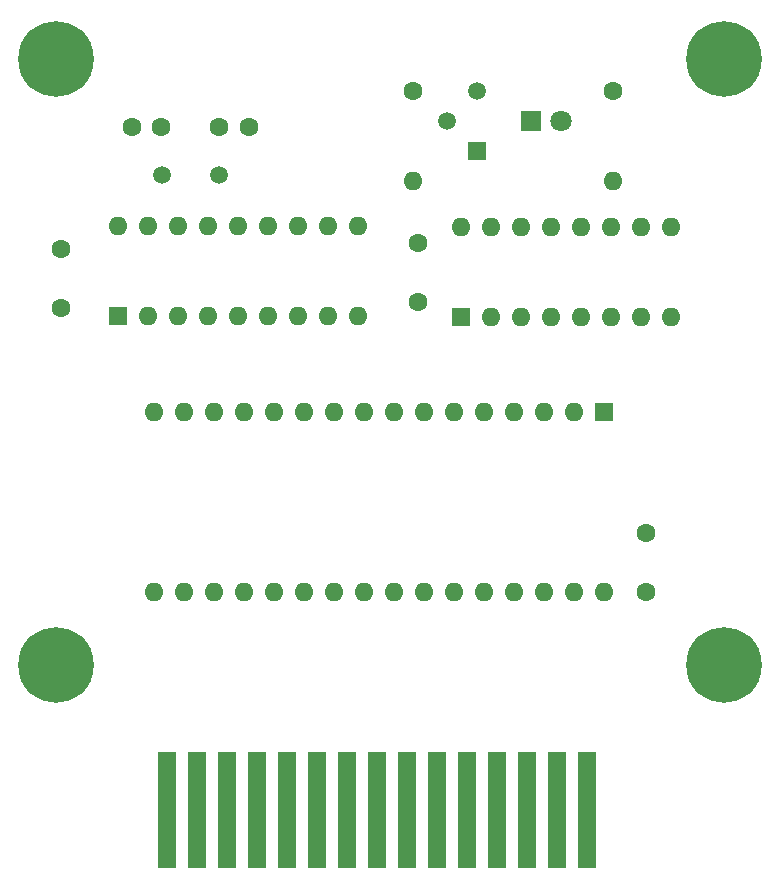
<source format=gbr>
%TF.GenerationSoftware,KiCad,Pcbnew,7.0.11-7.0.11~ubuntu22.04.1*%
%TF.CreationDate,2024-10-25T18:54:13-04:00*%
%TF.ProjectId,colecovision_multicart,636f6c65-636f-4766-9973-696f6e5f6d75,rev?*%
%TF.SameCoordinates,Original*%
%TF.FileFunction,Soldermask,Bot*%
%TF.FilePolarity,Negative*%
%FSLAX46Y46*%
G04 Gerber Fmt 4.6, Leading zero omitted, Abs format (unit mm)*
G04 Created by KiCad (PCBNEW 7.0.11-7.0.11~ubuntu22.04.1) date 2024-10-25 18:54:13*
%MOMM*%
%LPD*%
G01*
G04 APERTURE LIST*
%ADD10C,1.600000*%
%ADD11C,6.400000*%
%ADD12R,1.500000X1.500000*%
%ADD13C,1.500000*%
%ADD14O,1.600000X1.600000*%
%ADD15R,1.600000X1.600000*%
%ADD16R,1.524000X9.906000*%
%ADD17R,1.800000X1.800000*%
%ADD18C,1.800000*%
G04 APERTURE END LIST*
D10*
%TO.C,C4*%
X126629375Y-66967000D03*
X124129375Y-66967000D03*
%TD*%
%TO.C,C1*%
X160324800Y-106335200D03*
X160324800Y-101335200D03*
%TD*%
%TO.C,C2*%
X110794800Y-77281400D03*
X110794800Y-82281400D03*
%TD*%
D11*
%TO.C,H2*%
X166878000Y-61214000D03*
%TD*%
D12*
%TO.C,Q1*%
X146007200Y-68961000D03*
D13*
X143467200Y-66421000D03*
X146007200Y-63881000D03*
%TD*%
D10*
%TO.C,R1*%
X140538200Y-63931800D03*
D14*
X140538200Y-71551800D03*
%TD*%
D10*
%TO.C,C5*%
X119243375Y-66967000D03*
X116743375Y-66967000D03*
%TD*%
%TO.C,R2*%
X157505400Y-63931800D03*
D14*
X157505400Y-71551800D03*
%TD*%
D15*
%TO.C,U2*%
X156768800Y-91135200D03*
D14*
X154228800Y-91135200D03*
X151688800Y-91135200D03*
X149148800Y-91135200D03*
X146608800Y-91135200D03*
X144068800Y-91135200D03*
X141528800Y-91135200D03*
X138988800Y-91135200D03*
X136448800Y-91135200D03*
X133908800Y-91135200D03*
X131368800Y-91135200D03*
X128828800Y-91135200D03*
X126288800Y-91135200D03*
X123748800Y-91135200D03*
X121208800Y-91135200D03*
X118668800Y-91135200D03*
X118668800Y-106375200D03*
X121208800Y-106375200D03*
X123748800Y-106375200D03*
X126288800Y-106375200D03*
X128828800Y-106375200D03*
X131368800Y-106375200D03*
X133908800Y-106375200D03*
X136448800Y-106375200D03*
X138988800Y-106375200D03*
X141528800Y-106375200D03*
X144068800Y-106375200D03*
X146608800Y-106375200D03*
X149148800Y-106375200D03*
X151688800Y-106375200D03*
X154228800Y-106375200D03*
X156768800Y-106375200D03*
%TD*%
D11*
%TO.C,H4*%
X166878000Y-112547400D03*
%TD*%
D10*
%TO.C,C3*%
X140970000Y-81783400D03*
X140970000Y-76783400D03*
%TD*%
D16*
%TO.C,J1*%
X119705000Y-124824000D03*
X122245000Y-124824000D03*
X124785000Y-124824000D03*
X127325000Y-124824000D03*
X129865000Y-124824000D03*
X132405000Y-124824000D03*
X134945000Y-124824000D03*
X137485000Y-124824000D03*
X140025000Y-124824000D03*
X142565000Y-124824000D03*
X145105000Y-124824000D03*
X147645000Y-124824000D03*
X150185000Y-124824000D03*
X152725000Y-124824000D03*
X155265000Y-124824000D03*
%TD*%
D11*
%TO.C,H1*%
X110363000Y-61214000D03*
%TD*%
D17*
%TO.C,D1*%
X150566200Y-66421000D03*
D18*
X153106200Y-66421000D03*
%TD*%
D11*
%TO.C,H3*%
X110363000Y-112547400D03*
%TD*%
D15*
%TO.C,U3*%
X115569975Y-82994400D03*
D14*
X118109975Y-82994400D03*
X120649975Y-82994400D03*
X123189975Y-82994400D03*
X125729975Y-82994400D03*
X128269975Y-82994400D03*
X130809975Y-82994400D03*
X133349975Y-82994400D03*
X135889975Y-82994400D03*
X135889975Y-75374400D03*
X133349975Y-75374400D03*
X130809975Y-75374400D03*
X128269975Y-75374400D03*
X125729975Y-75374400D03*
X123189975Y-75374400D03*
X120649975Y-75374400D03*
X118109975Y-75374400D03*
X115569975Y-75374400D03*
%TD*%
D15*
%TO.C,U1*%
X144602200Y-83083400D03*
D14*
X147142200Y-83083400D03*
X149682200Y-83083400D03*
X152222200Y-83083400D03*
X154762200Y-83083400D03*
X157302200Y-83083400D03*
X159842200Y-83083400D03*
X162382200Y-83083400D03*
X162382200Y-75463400D03*
X159842200Y-75463400D03*
X157302200Y-75463400D03*
X154762200Y-75463400D03*
X152222200Y-75463400D03*
X149682200Y-75463400D03*
X147142200Y-75463400D03*
X144602200Y-75463400D03*
%TD*%
D13*
%TO.C,Y1*%
X124163375Y-71031000D03*
X119283375Y-71031000D03*
%TD*%
M02*

</source>
